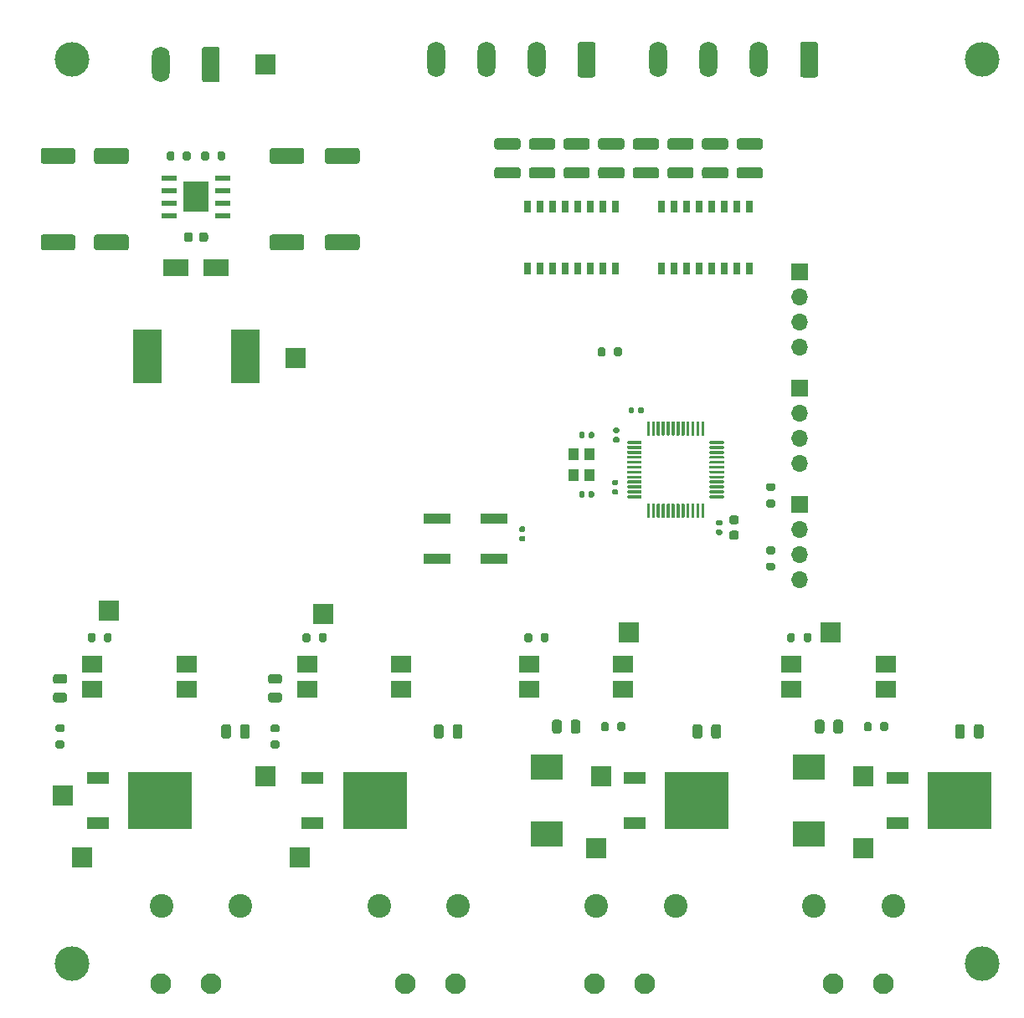
<source format=gts>
G04 #@! TF.GenerationSoftware,KiCad,Pcbnew,(5.1.9)-1*
G04 #@! TF.CreationDate,2021-07-18T17:28:12-05:00*
G04 #@! TF.ProjectId,jac_board,6a61635f-626f-4617-9264-2e6b69636164,rev?*
G04 #@! TF.SameCoordinates,Original*
G04 #@! TF.FileFunction,Soldermask,Top*
G04 #@! TF.FilePolarity,Negative*
%FSLAX46Y46*%
G04 Gerber Fmt 4.6, Leading zero omitted, Abs format (unit mm)*
G04 Created by KiCad (PCBNEW (5.1.9)-1) date 2021-07-18 17:28:12*
%MOMM*%
%LPD*%
G01*
G04 APERTURE LIST*
%ADD10R,2.750000X1.000000*%
%ADD11C,3.500000*%
%ADD12R,2.000000X2.000000*%
%ADD13R,6.400000X5.800000*%
%ADD14R,2.200000X1.200000*%
%ADD15R,3.300000X2.500000*%
%ADD16R,2.500000X1.800000*%
%ADD17O,1.800000X3.600000*%
%ADD18C,2.400000*%
%ADD19R,2.000000X1.780000*%
%ADD20O,1.700000X1.700000*%
%ADD21R,1.700000X1.700000*%
%ADD22C,2.100000*%
%ADD23R,0.800000X1.300000*%
%ADD24R,1.100000X1.300000*%
%ADD25R,1.550000X0.600000*%
%ADD26R,2.600000X3.100000*%
%ADD27R,2.900000X5.400000*%
G04 APERTURE END LIST*
D10*
X171630000Y-101500000D03*
X165870000Y-101500000D03*
X165870000Y-97500000D03*
X171630000Y-97500000D03*
D11*
X129000000Y-142500000D03*
X221000000Y-142500000D03*
X221000000Y-51000000D03*
X129000000Y-51000000D03*
D12*
X151550000Y-81200000D03*
X148500000Y-51500000D03*
X130000000Y-131750000D03*
X128000000Y-125500000D03*
X132700000Y-106750000D03*
X152000000Y-131750000D03*
X148500000Y-123500000D03*
X154350000Y-107100000D03*
X182000000Y-130800000D03*
X182500000Y-123550000D03*
X185250000Y-109000000D03*
X209000000Y-130800000D03*
X209000000Y-123550000D03*
X205700000Y-109000000D03*
G36*
G01*
X145950000Y-119475000D02*
X145950000Y-118525000D01*
G75*
G02*
X146200000Y-118275000I250000J0D01*
G01*
X146700000Y-118275000D01*
G75*
G02*
X146950000Y-118525000I0J-250000D01*
G01*
X146950000Y-119475000D01*
G75*
G02*
X146700000Y-119725000I-250000J0D01*
G01*
X146200000Y-119725000D01*
G75*
G02*
X145950000Y-119475000I0J250000D01*
G01*
G37*
G36*
G01*
X144050000Y-119475000D02*
X144050000Y-118525000D01*
G75*
G02*
X144300000Y-118275000I250000J0D01*
G01*
X144800000Y-118275000D01*
G75*
G02*
X145050000Y-118525000I0J-250000D01*
G01*
X145050000Y-119475000D01*
G75*
G02*
X144800000Y-119725000I-250000J0D01*
G01*
X144300000Y-119725000D01*
G75*
G02*
X144050000Y-119475000I0J250000D01*
G01*
G37*
G36*
G01*
X167450000Y-119475000D02*
X167450000Y-118525000D01*
G75*
G02*
X167700000Y-118275000I250000J0D01*
G01*
X168200000Y-118275000D01*
G75*
G02*
X168450000Y-118525000I0J-250000D01*
G01*
X168450000Y-119475000D01*
G75*
G02*
X168200000Y-119725000I-250000J0D01*
G01*
X167700000Y-119725000D01*
G75*
G02*
X167450000Y-119475000I0J250000D01*
G01*
G37*
G36*
G01*
X165550000Y-119475000D02*
X165550000Y-118525000D01*
G75*
G02*
X165800000Y-118275000I250000J0D01*
G01*
X166300000Y-118275000D01*
G75*
G02*
X166550000Y-118525000I0J-250000D01*
G01*
X166550000Y-119475000D01*
G75*
G02*
X166300000Y-119725000I-250000J0D01*
G01*
X165800000Y-119725000D01*
G75*
G02*
X165550000Y-119475000I0J250000D01*
G01*
G37*
G36*
G01*
X193600000Y-119475000D02*
X193600000Y-118525000D01*
G75*
G02*
X193850000Y-118275000I250000J0D01*
G01*
X194350000Y-118275000D01*
G75*
G02*
X194600000Y-118525000I0J-250000D01*
G01*
X194600000Y-119475000D01*
G75*
G02*
X194350000Y-119725000I-250000J0D01*
G01*
X193850000Y-119725000D01*
G75*
G02*
X193600000Y-119475000I0J250000D01*
G01*
G37*
G36*
G01*
X191700000Y-119475000D02*
X191700000Y-118525000D01*
G75*
G02*
X191950000Y-118275000I250000J0D01*
G01*
X192450000Y-118275000D01*
G75*
G02*
X192700000Y-118525000I0J-250000D01*
G01*
X192700000Y-119475000D01*
G75*
G02*
X192450000Y-119725000I-250000J0D01*
G01*
X191950000Y-119725000D01*
G75*
G02*
X191700000Y-119475000I0J250000D01*
G01*
G37*
G36*
G01*
X220150000Y-119475000D02*
X220150000Y-118525000D01*
G75*
G02*
X220400000Y-118275000I250000J0D01*
G01*
X220900000Y-118275000D01*
G75*
G02*
X221150000Y-118525000I0J-250000D01*
G01*
X221150000Y-119475000D01*
G75*
G02*
X220900000Y-119725000I-250000J0D01*
G01*
X220400000Y-119725000D01*
G75*
G02*
X220150000Y-119475000I0J250000D01*
G01*
G37*
G36*
G01*
X218250000Y-119475000D02*
X218250000Y-118525000D01*
G75*
G02*
X218500000Y-118275000I250000J0D01*
G01*
X219000000Y-118275000D01*
G75*
G02*
X219250000Y-118525000I0J-250000D01*
G01*
X219250000Y-119475000D01*
G75*
G02*
X219000000Y-119725000I-250000J0D01*
G01*
X218500000Y-119725000D01*
G75*
G02*
X218250000Y-119475000I0J250000D01*
G01*
G37*
G36*
G01*
X187100000Y-89000000D02*
X187100000Y-87675000D01*
G75*
G02*
X187175000Y-87600000I75000J0D01*
G01*
X187325000Y-87600000D01*
G75*
G02*
X187400000Y-87675000I0J-75000D01*
G01*
X187400000Y-89000000D01*
G75*
G02*
X187325000Y-89075000I-75000J0D01*
G01*
X187175000Y-89075000D01*
G75*
G02*
X187100000Y-89000000I0J75000D01*
G01*
G37*
G36*
G01*
X187600000Y-89000000D02*
X187600000Y-87675000D01*
G75*
G02*
X187675000Y-87600000I75000J0D01*
G01*
X187825000Y-87600000D01*
G75*
G02*
X187900000Y-87675000I0J-75000D01*
G01*
X187900000Y-89000000D01*
G75*
G02*
X187825000Y-89075000I-75000J0D01*
G01*
X187675000Y-89075000D01*
G75*
G02*
X187600000Y-89000000I0J75000D01*
G01*
G37*
G36*
G01*
X188100000Y-89000000D02*
X188100000Y-87675000D01*
G75*
G02*
X188175000Y-87600000I75000J0D01*
G01*
X188325000Y-87600000D01*
G75*
G02*
X188400000Y-87675000I0J-75000D01*
G01*
X188400000Y-89000000D01*
G75*
G02*
X188325000Y-89075000I-75000J0D01*
G01*
X188175000Y-89075000D01*
G75*
G02*
X188100000Y-89000000I0J75000D01*
G01*
G37*
G36*
G01*
X188600000Y-89000000D02*
X188600000Y-87675000D01*
G75*
G02*
X188675000Y-87600000I75000J0D01*
G01*
X188825000Y-87600000D01*
G75*
G02*
X188900000Y-87675000I0J-75000D01*
G01*
X188900000Y-89000000D01*
G75*
G02*
X188825000Y-89075000I-75000J0D01*
G01*
X188675000Y-89075000D01*
G75*
G02*
X188600000Y-89000000I0J75000D01*
G01*
G37*
G36*
G01*
X189100000Y-89000000D02*
X189100000Y-87675000D01*
G75*
G02*
X189175000Y-87600000I75000J0D01*
G01*
X189325000Y-87600000D01*
G75*
G02*
X189400000Y-87675000I0J-75000D01*
G01*
X189400000Y-89000000D01*
G75*
G02*
X189325000Y-89075000I-75000J0D01*
G01*
X189175000Y-89075000D01*
G75*
G02*
X189100000Y-89000000I0J75000D01*
G01*
G37*
G36*
G01*
X189600000Y-89000000D02*
X189600000Y-87675000D01*
G75*
G02*
X189675000Y-87600000I75000J0D01*
G01*
X189825000Y-87600000D01*
G75*
G02*
X189900000Y-87675000I0J-75000D01*
G01*
X189900000Y-89000000D01*
G75*
G02*
X189825000Y-89075000I-75000J0D01*
G01*
X189675000Y-89075000D01*
G75*
G02*
X189600000Y-89000000I0J75000D01*
G01*
G37*
G36*
G01*
X190100000Y-89000000D02*
X190100000Y-87675000D01*
G75*
G02*
X190175000Y-87600000I75000J0D01*
G01*
X190325000Y-87600000D01*
G75*
G02*
X190400000Y-87675000I0J-75000D01*
G01*
X190400000Y-89000000D01*
G75*
G02*
X190325000Y-89075000I-75000J0D01*
G01*
X190175000Y-89075000D01*
G75*
G02*
X190100000Y-89000000I0J75000D01*
G01*
G37*
G36*
G01*
X190600000Y-89000000D02*
X190600000Y-87675000D01*
G75*
G02*
X190675000Y-87600000I75000J0D01*
G01*
X190825000Y-87600000D01*
G75*
G02*
X190900000Y-87675000I0J-75000D01*
G01*
X190900000Y-89000000D01*
G75*
G02*
X190825000Y-89075000I-75000J0D01*
G01*
X190675000Y-89075000D01*
G75*
G02*
X190600000Y-89000000I0J75000D01*
G01*
G37*
G36*
G01*
X191100000Y-89000000D02*
X191100000Y-87675000D01*
G75*
G02*
X191175000Y-87600000I75000J0D01*
G01*
X191325000Y-87600000D01*
G75*
G02*
X191400000Y-87675000I0J-75000D01*
G01*
X191400000Y-89000000D01*
G75*
G02*
X191325000Y-89075000I-75000J0D01*
G01*
X191175000Y-89075000D01*
G75*
G02*
X191100000Y-89000000I0J75000D01*
G01*
G37*
G36*
G01*
X191600000Y-89000000D02*
X191600000Y-87675000D01*
G75*
G02*
X191675000Y-87600000I75000J0D01*
G01*
X191825000Y-87600000D01*
G75*
G02*
X191900000Y-87675000I0J-75000D01*
G01*
X191900000Y-89000000D01*
G75*
G02*
X191825000Y-89075000I-75000J0D01*
G01*
X191675000Y-89075000D01*
G75*
G02*
X191600000Y-89000000I0J75000D01*
G01*
G37*
G36*
G01*
X192100000Y-89000000D02*
X192100000Y-87675000D01*
G75*
G02*
X192175000Y-87600000I75000J0D01*
G01*
X192325000Y-87600000D01*
G75*
G02*
X192400000Y-87675000I0J-75000D01*
G01*
X192400000Y-89000000D01*
G75*
G02*
X192325000Y-89075000I-75000J0D01*
G01*
X192175000Y-89075000D01*
G75*
G02*
X192100000Y-89000000I0J75000D01*
G01*
G37*
G36*
G01*
X192600000Y-89000000D02*
X192600000Y-87675000D01*
G75*
G02*
X192675000Y-87600000I75000J0D01*
G01*
X192825000Y-87600000D01*
G75*
G02*
X192900000Y-87675000I0J-75000D01*
G01*
X192900000Y-89000000D01*
G75*
G02*
X192825000Y-89075000I-75000J0D01*
G01*
X192675000Y-89075000D01*
G75*
G02*
X192600000Y-89000000I0J75000D01*
G01*
G37*
G36*
G01*
X193425000Y-89825000D02*
X193425000Y-89675000D01*
G75*
G02*
X193500000Y-89600000I75000J0D01*
G01*
X194825000Y-89600000D01*
G75*
G02*
X194900000Y-89675000I0J-75000D01*
G01*
X194900000Y-89825000D01*
G75*
G02*
X194825000Y-89900000I-75000J0D01*
G01*
X193500000Y-89900000D01*
G75*
G02*
X193425000Y-89825000I0J75000D01*
G01*
G37*
G36*
G01*
X193425000Y-90325000D02*
X193425000Y-90175000D01*
G75*
G02*
X193500000Y-90100000I75000J0D01*
G01*
X194825000Y-90100000D01*
G75*
G02*
X194900000Y-90175000I0J-75000D01*
G01*
X194900000Y-90325000D01*
G75*
G02*
X194825000Y-90400000I-75000J0D01*
G01*
X193500000Y-90400000D01*
G75*
G02*
X193425000Y-90325000I0J75000D01*
G01*
G37*
G36*
G01*
X193425000Y-90825000D02*
X193425000Y-90675000D01*
G75*
G02*
X193500000Y-90600000I75000J0D01*
G01*
X194825000Y-90600000D01*
G75*
G02*
X194900000Y-90675000I0J-75000D01*
G01*
X194900000Y-90825000D01*
G75*
G02*
X194825000Y-90900000I-75000J0D01*
G01*
X193500000Y-90900000D01*
G75*
G02*
X193425000Y-90825000I0J75000D01*
G01*
G37*
G36*
G01*
X193425000Y-91325000D02*
X193425000Y-91175000D01*
G75*
G02*
X193500000Y-91100000I75000J0D01*
G01*
X194825000Y-91100000D01*
G75*
G02*
X194900000Y-91175000I0J-75000D01*
G01*
X194900000Y-91325000D01*
G75*
G02*
X194825000Y-91400000I-75000J0D01*
G01*
X193500000Y-91400000D01*
G75*
G02*
X193425000Y-91325000I0J75000D01*
G01*
G37*
G36*
G01*
X193425000Y-91825000D02*
X193425000Y-91675000D01*
G75*
G02*
X193500000Y-91600000I75000J0D01*
G01*
X194825000Y-91600000D01*
G75*
G02*
X194900000Y-91675000I0J-75000D01*
G01*
X194900000Y-91825000D01*
G75*
G02*
X194825000Y-91900000I-75000J0D01*
G01*
X193500000Y-91900000D01*
G75*
G02*
X193425000Y-91825000I0J75000D01*
G01*
G37*
G36*
G01*
X193425000Y-92325000D02*
X193425000Y-92175000D01*
G75*
G02*
X193500000Y-92100000I75000J0D01*
G01*
X194825000Y-92100000D01*
G75*
G02*
X194900000Y-92175000I0J-75000D01*
G01*
X194900000Y-92325000D01*
G75*
G02*
X194825000Y-92400000I-75000J0D01*
G01*
X193500000Y-92400000D01*
G75*
G02*
X193425000Y-92325000I0J75000D01*
G01*
G37*
G36*
G01*
X193425000Y-92825000D02*
X193425000Y-92675000D01*
G75*
G02*
X193500000Y-92600000I75000J0D01*
G01*
X194825000Y-92600000D01*
G75*
G02*
X194900000Y-92675000I0J-75000D01*
G01*
X194900000Y-92825000D01*
G75*
G02*
X194825000Y-92900000I-75000J0D01*
G01*
X193500000Y-92900000D01*
G75*
G02*
X193425000Y-92825000I0J75000D01*
G01*
G37*
G36*
G01*
X193425000Y-93325000D02*
X193425000Y-93175000D01*
G75*
G02*
X193500000Y-93100000I75000J0D01*
G01*
X194825000Y-93100000D01*
G75*
G02*
X194900000Y-93175000I0J-75000D01*
G01*
X194900000Y-93325000D01*
G75*
G02*
X194825000Y-93400000I-75000J0D01*
G01*
X193500000Y-93400000D01*
G75*
G02*
X193425000Y-93325000I0J75000D01*
G01*
G37*
G36*
G01*
X193425000Y-93825000D02*
X193425000Y-93675000D01*
G75*
G02*
X193500000Y-93600000I75000J0D01*
G01*
X194825000Y-93600000D01*
G75*
G02*
X194900000Y-93675000I0J-75000D01*
G01*
X194900000Y-93825000D01*
G75*
G02*
X194825000Y-93900000I-75000J0D01*
G01*
X193500000Y-93900000D01*
G75*
G02*
X193425000Y-93825000I0J75000D01*
G01*
G37*
G36*
G01*
X193425000Y-94325000D02*
X193425000Y-94175000D01*
G75*
G02*
X193500000Y-94100000I75000J0D01*
G01*
X194825000Y-94100000D01*
G75*
G02*
X194900000Y-94175000I0J-75000D01*
G01*
X194900000Y-94325000D01*
G75*
G02*
X194825000Y-94400000I-75000J0D01*
G01*
X193500000Y-94400000D01*
G75*
G02*
X193425000Y-94325000I0J75000D01*
G01*
G37*
G36*
G01*
X193425000Y-94825000D02*
X193425000Y-94675000D01*
G75*
G02*
X193500000Y-94600000I75000J0D01*
G01*
X194825000Y-94600000D01*
G75*
G02*
X194900000Y-94675000I0J-75000D01*
G01*
X194900000Y-94825000D01*
G75*
G02*
X194825000Y-94900000I-75000J0D01*
G01*
X193500000Y-94900000D01*
G75*
G02*
X193425000Y-94825000I0J75000D01*
G01*
G37*
G36*
G01*
X193425000Y-95325000D02*
X193425000Y-95175000D01*
G75*
G02*
X193500000Y-95100000I75000J0D01*
G01*
X194825000Y-95100000D01*
G75*
G02*
X194900000Y-95175000I0J-75000D01*
G01*
X194900000Y-95325000D01*
G75*
G02*
X194825000Y-95400000I-75000J0D01*
G01*
X193500000Y-95400000D01*
G75*
G02*
X193425000Y-95325000I0J75000D01*
G01*
G37*
G36*
G01*
X192600000Y-97325000D02*
X192600000Y-96000000D01*
G75*
G02*
X192675000Y-95925000I75000J0D01*
G01*
X192825000Y-95925000D01*
G75*
G02*
X192900000Y-96000000I0J-75000D01*
G01*
X192900000Y-97325000D01*
G75*
G02*
X192825000Y-97400000I-75000J0D01*
G01*
X192675000Y-97400000D01*
G75*
G02*
X192600000Y-97325000I0J75000D01*
G01*
G37*
G36*
G01*
X192100000Y-97325000D02*
X192100000Y-96000000D01*
G75*
G02*
X192175000Y-95925000I75000J0D01*
G01*
X192325000Y-95925000D01*
G75*
G02*
X192400000Y-96000000I0J-75000D01*
G01*
X192400000Y-97325000D01*
G75*
G02*
X192325000Y-97400000I-75000J0D01*
G01*
X192175000Y-97400000D01*
G75*
G02*
X192100000Y-97325000I0J75000D01*
G01*
G37*
G36*
G01*
X191600000Y-97325000D02*
X191600000Y-96000000D01*
G75*
G02*
X191675000Y-95925000I75000J0D01*
G01*
X191825000Y-95925000D01*
G75*
G02*
X191900000Y-96000000I0J-75000D01*
G01*
X191900000Y-97325000D01*
G75*
G02*
X191825000Y-97400000I-75000J0D01*
G01*
X191675000Y-97400000D01*
G75*
G02*
X191600000Y-97325000I0J75000D01*
G01*
G37*
G36*
G01*
X191100000Y-97325000D02*
X191100000Y-96000000D01*
G75*
G02*
X191175000Y-95925000I75000J0D01*
G01*
X191325000Y-95925000D01*
G75*
G02*
X191400000Y-96000000I0J-75000D01*
G01*
X191400000Y-97325000D01*
G75*
G02*
X191325000Y-97400000I-75000J0D01*
G01*
X191175000Y-97400000D01*
G75*
G02*
X191100000Y-97325000I0J75000D01*
G01*
G37*
G36*
G01*
X190600000Y-97325000D02*
X190600000Y-96000000D01*
G75*
G02*
X190675000Y-95925000I75000J0D01*
G01*
X190825000Y-95925000D01*
G75*
G02*
X190900000Y-96000000I0J-75000D01*
G01*
X190900000Y-97325000D01*
G75*
G02*
X190825000Y-97400000I-75000J0D01*
G01*
X190675000Y-97400000D01*
G75*
G02*
X190600000Y-97325000I0J75000D01*
G01*
G37*
G36*
G01*
X190100000Y-97325000D02*
X190100000Y-96000000D01*
G75*
G02*
X190175000Y-95925000I75000J0D01*
G01*
X190325000Y-95925000D01*
G75*
G02*
X190400000Y-96000000I0J-75000D01*
G01*
X190400000Y-97325000D01*
G75*
G02*
X190325000Y-97400000I-75000J0D01*
G01*
X190175000Y-97400000D01*
G75*
G02*
X190100000Y-97325000I0J75000D01*
G01*
G37*
G36*
G01*
X189600000Y-97325000D02*
X189600000Y-96000000D01*
G75*
G02*
X189675000Y-95925000I75000J0D01*
G01*
X189825000Y-95925000D01*
G75*
G02*
X189900000Y-96000000I0J-75000D01*
G01*
X189900000Y-97325000D01*
G75*
G02*
X189825000Y-97400000I-75000J0D01*
G01*
X189675000Y-97400000D01*
G75*
G02*
X189600000Y-97325000I0J75000D01*
G01*
G37*
G36*
G01*
X189100000Y-97325000D02*
X189100000Y-96000000D01*
G75*
G02*
X189175000Y-95925000I75000J0D01*
G01*
X189325000Y-95925000D01*
G75*
G02*
X189400000Y-96000000I0J-75000D01*
G01*
X189400000Y-97325000D01*
G75*
G02*
X189325000Y-97400000I-75000J0D01*
G01*
X189175000Y-97400000D01*
G75*
G02*
X189100000Y-97325000I0J75000D01*
G01*
G37*
G36*
G01*
X188600000Y-97325000D02*
X188600000Y-96000000D01*
G75*
G02*
X188675000Y-95925000I75000J0D01*
G01*
X188825000Y-95925000D01*
G75*
G02*
X188900000Y-96000000I0J-75000D01*
G01*
X188900000Y-97325000D01*
G75*
G02*
X188825000Y-97400000I-75000J0D01*
G01*
X188675000Y-97400000D01*
G75*
G02*
X188600000Y-97325000I0J75000D01*
G01*
G37*
G36*
G01*
X188100000Y-97325000D02*
X188100000Y-96000000D01*
G75*
G02*
X188175000Y-95925000I75000J0D01*
G01*
X188325000Y-95925000D01*
G75*
G02*
X188400000Y-96000000I0J-75000D01*
G01*
X188400000Y-97325000D01*
G75*
G02*
X188325000Y-97400000I-75000J0D01*
G01*
X188175000Y-97400000D01*
G75*
G02*
X188100000Y-97325000I0J75000D01*
G01*
G37*
G36*
G01*
X187600000Y-97325000D02*
X187600000Y-96000000D01*
G75*
G02*
X187675000Y-95925000I75000J0D01*
G01*
X187825000Y-95925000D01*
G75*
G02*
X187900000Y-96000000I0J-75000D01*
G01*
X187900000Y-97325000D01*
G75*
G02*
X187825000Y-97400000I-75000J0D01*
G01*
X187675000Y-97400000D01*
G75*
G02*
X187600000Y-97325000I0J75000D01*
G01*
G37*
G36*
G01*
X187100000Y-97325000D02*
X187100000Y-96000000D01*
G75*
G02*
X187175000Y-95925000I75000J0D01*
G01*
X187325000Y-95925000D01*
G75*
G02*
X187400000Y-96000000I0J-75000D01*
G01*
X187400000Y-97325000D01*
G75*
G02*
X187325000Y-97400000I-75000J0D01*
G01*
X187175000Y-97400000D01*
G75*
G02*
X187100000Y-97325000I0J75000D01*
G01*
G37*
G36*
G01*
X185100000Y-95325000D02*
X185100000Y-95175000D01*
G75*
G02*
X185175000Y-95100000I75000J0D01*
G01*
X186500000Y-95100000D01*
G75*
G02*
X186575000Y-95175000I0J-75000D01*
G01*
X186575000Y-95325000D01*
G75*
G02*
X186500000Y-95400000I-75000J0D01*
G01*
X185175000Y-95400000D01*
G75*
G02*
X185100000Y-95325000I0J75000D01*
G01*
G37*
G36*
G01*
X185100000Y-94825000D02*
X185100000Y-94675000D01*
G75*
G02*
X185175000Y-94600000I75000J0D01*
G01*
X186500000Y-94600000D01*
G75*
G02*
X186575000Y-94675000I0J-75000D01*
G01*
X186575000Y-94825000D01*
G75*
G02*
X186500000Y-94900000I-75000J0D01*
G01*
X185175000Y-94900000D01*
G75*
G02*
X185100000Y-94825000I0J75000D01*
G01*
G37*
G36*
G01*
X185100000Y-94325000D02*
X185100000Y-94175000D01*
G75*
G02*
X185175000Y-94100000I75000J0D01*
G01*
X186500000Y-94100000D01*
G75*
G02*
X186575000Y-94175000I0J-75000D01*
G01*
X186575000Y-94325000D01*
G75*
G02*
X186500000Y-94400000I-75000J0D01*
G01*
X185175000Y-94400000D01*
G75*
G02*
X185100000Y-94325000I0J75000D01*
G01*
G37*
G36*
G01*
X185100000Y-93825000D02*
X185100000Y-93675000D01*
G75*
G02*
X185175000Y-93600000I75000J0D01*
G01*
X186500000Y-93600000D01*
G75*
G02*
X186575000Y-93675000I0J-75000D01*
G01*
X186575000Y-93825000D01*
G75*
G02*
X186500000Y-93900000I-75000J0D01*
G01*
X185175000Y-93900000D01*
G75*
G02*
X185100000Y-93825000I0J75000D01*
G01*
G37*
G36*
G01*
X185100000Y-93325000D02*
X185100000Y-93175000D01*
G75*
G02*
X185175000Y-93100000I75000J0D01*
G01*
X186500000Y-93100000D01*
G75*
G02*
X186575000Y-93175000I0J-75000D01*
G01*
X186575000Y-93325000D01*
G75*
G02*
X186500000Y-93400000I-75000J0D01*
G01*
X185175000Y-93400000D01*
G75*
G02*
X185100000Y-93325000I0J75000D01*
G01*
G37*
G36*
G01*
X185100000Y-92825000D02*
X185100000Y-92675000D01*
G75*
G02*
X185175000Y-92600000I75000J0D01*
G01*
X186500000Y-92600000D01*
G75*
G02*
X186575000Y-92675000I0J-75000D01*
G01*
X186575000Y-92825000D01*
G75*
G02*
X186500000Y-92900000I-75000J0D01*
G01*
X185175000Y-92900000D01*
G75*
G02*
X185100000Y-92825000I0J75000D01*
G01*
G37*
G36*
G01*
X185100000Y-92325000D02*
X185100000Y-92175000D01*
G75*
G02*
X185175000Y-92100000I75000J0D01*
G01*
X186500000Y-92100000D01*
G75*
G02*
X186575000Y-92175000I0J-75000D01*
G01*
X186575000Y-92325000D01*
G75*
G02*
X186500000Y-92400000I-75000J0D01*
G01*
X185175000Y-92400000D01*
G75*
G02*
X185100000Y-92325000I0J75000D01*
G01*
G37*
G36*
G01*
X185100000Y-91825000D02*
X185100000Y-91675000D01*
G75*
G02*
X185175000Y-91600000I75000J0D01*
G01*
X186500000Y-91600000D01*
G75*
G02*
X186575000Y-91675000I0J-75000D01*
G01*
X186575000Y-91825000D01*
G75*
G02*
X186500000Y-91900000I-75000J0D01*
G01*
X185175000Y-91900000D01*
G75*
G02*
X185100000Y-91825000I0J75000D01*
G01*
G37*
G36*
G01*
X185100000Y-91325000D02*
X185100000Y-91175000D01*
G75*
G02*
X185175000Y-91100000I75000J0D01*
G01*
X186500000Y-91100000D01*
G75*
G02*
X186575000Y-91175000I0J-75000D01*
G01*
X186575000Y-91325000D01*
G75*
G02*
X186500000Y-91400000I-75000J0D01*
G01*
X185175000Y-91400000D01*
G75*
G02*
X185100000Y-91325000I0J75000D01*
G01*
G37*
G36*
G01*
X185100000Y-90825000D02*
X185100000Y-90675000D01*
G75*
G02*
X185175000Y-90600000I75000J0D01*
G01*
X186500000Y-90600000D01*
G75*
G02*
X186575000Y-90675000I0J-75000D01*
G01*
X186575000Y-90825000D01*
G75*
G02*
X186500000Y-90900000I-75000J0D01*
G01*
X185175000Y-90900000D01*
G75*
G02*
X185100000Y-90825000I0J75000D01*
G01*
G37*
G36*
G01*
X185100000Y-90325000D02*
X185100000Y-90175000D01*
G75*
G02*
X185175000Y-90100000I75000J0D01*
G01*
X186500000Y-90100000D01*
G75*
G02*
X186575000Y-90175000I0J-75000D01*
G01*
X186575000Y-90325000D01*
G75*
G02*
X186500000Y-90400000I-75000J0D01*
G01*
X185175000Y-90400000D01*
G75*
G02*
X185100000Y-90325000I0J75000D01*
G01*
G37*
G36*
G01*
X185100000Y-89825000D02*
X185100000Y-89675000D01*
G75*
G02*
X185175000Y-89600000I75000J0D01*
G01*
X186500000Y-89600000D01*
G75*
G02*
X186575000Y-89675000I0J-75000D01*
G01*
X186575000Y-89825000D01*
G75*
G02*
X186500000Y-89900000I-75000J0D01*
G01*
X185175000Y-89900000D01*
G75*
G02*
X185100000Y-89825000I0J75000D01*
G01*
G37*
G36*
G01*
X205950000Y-118976250D02*
X205950000Y-118063750D01*
G75*
G02*
X206193750Y-117820000I243750J0D01*
G01*
X206681250Y-117820000D01*
G75*
G02*
X206925000Y-118063750I0J-243750D01*
G01*
X206925000Y-118976250D01*
G75*
G02*
X206681250Y-119220000I-243750J0D01*
G01*
X206193750Y-119220000D01*
G75*
G02*
X205950000Y-118976250I0J243750D01*
G01*
G37*
G36*
G01*
X204075000Y-118976250D02*
X204075000Y-118063750D01*
G75*
G02*
X204318750Y-117820000I243750J0D01*
G01*
X204806250Y-117820000D01*
G75*
G02*
X205050000Y-118063750I0J-243750D01*
G01*
X205050000Y-118976250D01*
G75*
G02*
X204806250Y-119220000I-243750J0D01*
G01*
X204318750Y-119220000D01*
G75*
G02*
X204075000Y-118976250I0J243750D01*
G01*
G37*
G36*
G01*
X149225000Y-119925000D02*
X149775000Y-119925000D01*
G75*
G02*
X149975000Y-120125000I0J-200000D01*
G01*
X149975000Y-120525000D01*
G75*
G02*
X149775000Y-120725000I-200000J0D01*
G01*
X149225000Y-120725000D01*
G75*
G02*
X149025000Y-120525000I0J200000D01*
G01*
X149025000Y-120125000D01*
G75*
G02*
X149225000Y-119925000I200000J0D01*
G01*
G37*
G36*
G01*
X149225000Y-118275000D02*
X149775000Y-118275000D01*
G75*
G02*
X149975000Y-118475000I0J-200000D01*
G01*
X149975000Y-118875000D01*
G75*
G02*
X149775000Y-119075000I-200000J0D01*
G01*
X149225000Y-119075000D01*
G75*
G02*
X149025000Y-118875000I0J200000D01*
G01*
X149025000Y-118475000D01*
G75*
G02*
X149225000Y-118275000I200000J0D01*
G01*
G37*
D13*
X137860000Y-126000000D03*
D14*
X131560000Y-128280000D03*
X131560000Y-123720000D03*
D13*
X159600000Y-126000000D03*
D14*
X153300000Y-128280000D03*
X153300000Y-123720000D03*
D13*
X192165000Y-126000000D03*
D14*
X185865000Y-128280000D03*
X185865000Y-123720000D03*
D13*
X218725000Y-126000000D03*
D14*
X212425000Y-128280000D03*
X212425000Y-123720000D03*
D15*
X176940000Y-122600000D03*
X176940000Y-129400000D03*
X203500000Y-122600000D03*
X203500000Y-129400000D03*
G36*
G01*
X129300000Y-60200000D02*
X129300000Y-61300000D01*
G75*
G02*
X129050000Y-61550000I-250000J0D01*
G01*
X126050000Y-61550000D01*
G75*
G02*
X125800000Y-61300000I0J250000D01*
G01*
X125800000Y-60200000D01*
G75*
G02*
X126050000Y-59950000I250000J0D01*
G01*
X129050000Y-59950000D01*
G75*
G02*
X129300000Y-60200000I0J-250000D01*
G01*
G37*
G36*
G01*
X134700000Y-60200000D02*
X134700000Y-61300000D01*
G75*
G02*
X134450000Y-61550000I-250000J0D01*
G01*
X131450000Y-61550000D01*
G75*
G02*
X131200000Y-61300000I0J250000D01*
G01*
X131200000Y-60200000D01*
G75*
G02*
X131450000Y-59950000I250000J0D01*
G01*
X134450000Y-59950000D01*
G75*
G02*
X134700000Y-60200000I0J-250000D01*
G01*
G37*
G36*
G01*
X129300000Y-68950000D02*
X129300000Y-70050000D01*
G75*
G02*
X129050000Y-70300000I-250000J0D01*
G01*
X126050000Y-70300000D01*
G75*
G02*
X125800000Y-70050000I0J250000D01*
G01*
X125800000Y-68950000D01*
G75*
G02*
X126050000Y-68700000I250000J0D01*
G01*
X129050000Y-68700000D01*
G75*
G02*
X129300000Y-68950000I0J-250000D01*
G01*
G37*
G36*
G01*
X134700000Y-68950000D02*
X134700000Y-70050000D01*
G75*
G02*
X134450000Y-70300000I-250000J0D01*
G01*
X131450000Y-70300000D01*
G75*
G02*
X131200000Y-70050000I0J250000D01*
G01*
X131200000Y-68950000D01*
G75*
G02*
X131450000Y-68700000I250000J0D01*
G01*
X134450000Y-68700000D01*
G75*
G02*
X134700000Y-68950000I0J-250000D01*
G01*
G37*
G36*
G01*
X199893600Y-94672600D02*
X199343600Y-94672600D01*
G75*
G02*
X199143600Y-94472600I0J200000D01*
G01*
X199143600Y-94072600D01*
G75*
G02*
X199343600Y-93872600I200000J0D01*
G01*
X199893600Y-93872600D01*
G75*
G02*
X200093600Y-94072600I0J-200000D01*
G01*
X200093600Y-94472600D01*
G75*
G02*
X199893600Y-94672600I-200000J0D01*
G01*
G37*
G36*
G01*
X199893600Y-96322600D02*
X199343600Y-96322600D01*
G75*
G02*
X199143600Y-96122600I0J200000D01*
G01*
X199143600Y-95722600D01*
G75*
G02*
X199343600Y-95522600I200000J0D01*
G01*
X199893600Y-95522600D01*
G75*
G02*
X200093600Y-95722600I0J-200000D01*
G01*
X200093600Y-96122600D01*
G75*
G02*
X199893600Y-96322600I-200000J0D01*
G01*
G37*
G36*
G01*
X199343600Y-101925000D02*
X199893600Y-101925000D01*
G75*
G02*
X200093600Y-102125000I0J-200000D01*
G01*
X200093600Y-102525000D01*
G75*
G02*
X199893600Y-102725000I-200000J0D01*
G01*
X199343600Y-102725000D01*
G75*
G02*
X199143600Y-102525000I0J200000D01*
G01*
X199143600Y-102125000D01*
G75*
G02*
X199343600Y-101925000I200000J0D01*
G01*
G37*
G36*
G01*
X199343600Y-100275000D02*
X199893600Y-100275000D01*
G75*
G02*
X200093600Y-100475000I0J-200000D01*
G01*
X200093600Y-100875000D01*
G75*
G02*
X199893600Y-101075000I-200000J0D01*
G01*
X199343600Y-101075000D01*
G75*
G02*
X199143600Y-100875000I0J200000D01*
G01*
X199143600Y-100475000D01*
G75*
G02*
X199343600Y-100275000I200000J0D01*
G01*
G37*
D16*
X143500000Y-72048332D03*
X139500000Y-72048332D03*
D17*
X137920000Y-51500000D03*
G36*
G01*
X143900000Y-49950000D02*
X143900000Y-53050000D01*
G75*
G02*
X143650000Y-53300000I-250000J0D01*
G01*
X142350000Y-53300000D01*
G75*
G02*
X142100000Y-53050000I0J250000D01*
G01*
X142100000Y-49950000D01*
G75*
G02*
X142350000Y-49700000I250000J0D01*
G01*
X143650000Y-49700000D01*
G75*
G02*
X143900000Y-49950000I0J-250000D01*
G01*
G37*
D18*
X146000000Y-136700000D03*
X138000000Y-136700000D03*
D19*
X140525000Y-112230000D03*
X130995000Y-114770000D03*
X140525000Y-114770000D03*
X130995000Y-112230000D03*
D18*
X168000000Y-136700000D03*
X160000000Y-136700000D03*
D19*
X162265000Y-112230000D03*
X152735000Y-114770000D03*
X162265000Y-114770000D03*
X152735000Y-112230000D03*
D18*
X190000000Y-136700000D03*
X182000000Y-136700000D03*
D19*
X184705000Y-112230000D03*
X175175000Y-114770000D03*
X184705000Y-114770000D03*
X175175000Y-112230000D03*
D18*
X212000000Y-136700000D03*
X204000000Y-136700000D03*
D19*
X211265000Y-112230000D03*
X201735000Y-114770000D03*
X211265000Y-114770000D03*
X201735000Y-112230000D03*
G36*
G01*
X127485000Y-119925000D02*
X128035000Y-119925000D01*
G75*
G02*
X128235000Y-120125000I0J-200000D01*
G01*
X128235000Y-120525000D01*
G75*
G02*
X128035000Y-120725000I-200000J0D01*
G01*
X127485000Y-120725000D01*
G75*
G02*
X127285000Y-120525000I0J200000D01*
G01*
X127285000Y-120125000D01*
G75*
G02*
X127485000Y-119925000I200000J0D01*
G01*
G37*
G36*
G01*
X127485000Y-118275000D02*
X128035000Y-118275000D01*
G75*
G02*
X128235000Y-118475000I0J-200000D01*
G01*
X128235000Y-118875000D01*
G75*
G02*
X128035000Y-119075000I-200000J0D01*
G01*
X127485000Y-119075000D01*
G75*
G02*
X127285000Y-118875000I0J200000D01*
G01*
X127285000Y-118475000D01*
G75*
G02*
X127485000Y-118275000I200000J0D01*
G01*
G37*
G36*
G01*
X132185000Y-109775000D02*
X132185000Y-109225000D01*
G75*
G02*
X132385000Y-109025000I200000J0D01*
G01*
X132785000Y-109025000D01*
G75*
G02*
X132985000Y-109225000I0J-200000D01*
G01*
X132985000Y-109775000D01*
G75*
G02*
X132785000Y-109975000I-200000J0D01*
G01*
X132385000Y-109975000D01*
G75*
G02*
X132185000Y-109775000I0J200000D01*
G01*
G37*
G36*
G01*
X130535000Y-109775000D02*
X130535000Y-109225000D01*
G75*
G02*
X130735000Y-109025000I200000J0D01*
G01*
X131135000Y-109025000D01*
G75*
G02*
X131335000Y-109225000I0J-200000D01*
G01*
X131335000Y-109775000D01*
G75*
G02*
X131135000Y-109975000I-200000J0D01*
G01*
X130735000Y-109975000D01*
G75*
G02*
X130535000Y-109775000I0J200000D01*
G01*
G37*
G36*
G01*
X153925000Y-109775000D02*
X153925000Y-109225000D01*
G75*
G02*
X154125000Y-109025000I200000J0D01*
G01*
X154525000Y-109025000D01*
G75*
G02*
X154725000Y-109225000I0J-200000D01*
G01*
X154725000Y-109775000D01*
G75*
G02*
X154525000Y-109975000I-200000J0D01*
G01*
X154125000Y-109975000D01*
G75*
G02*
X153925000Y-109775000I0J200000D01*
G01*
G37*
G36*
G01*
X152275000Y-109775000D02*
X152275000Y-109225000D01*
G75*
G02*
X152475000Y-109025000I200000J0D01*
G01*
X152875000Y-109025000D01*
G75*
G02*
X153075000Y-109225000I0J-200000D01*
G01*
X153075000Y-109775000D01*
G75*
G02*
X152875000Y-109975000I-200000J0D01*
G01*
X152475000Y-109975000D01*
G75*
G02*
X152275000Y-109775000I0J200000D01*
G01*
G37*
G36*
G01*
X184115000Y-118795000D02*
X184115000Y-118245000D01*
G75*
G02*
X184315000Y-118045000I200000J0D01*
G01*
X184715000Y-118045000D01*
G75*
G02*
X184915000Y-118245000I0J-200000D01*
G01*
X184915000Y-118795000D01*
G75*
G02*
X184715000Y-118995000I-200000J0D01*
G01*
X184315000Y-118995000D01*
G75*
G02*
X184115000Y-118795000I0J200000D01*
G01*
G37*
G36*
G01*
X182465000Y-118795000D02*
X182465000Y-118245000D01*
G75*
G02*
X182665000Y-118045000I200000J0D01*
G01*
X183065000Y-118045000D01*
G75*
G02*
X183265000Y-118245000I0J-200000D01*
G01*
X183265000Y-118795000D01*
G75*
G02*
X183065000Y-118995000I-200000J0D01*
G01*
X182665000Y-118995000D01*
G75*
G02*
X182465000Y-118795000I0J200000D01*
G01*
G37*
G36*
G01*
X176365000Y-109775000D02*
X176365000Y-109225000D01*
G75*
G02*
X176565000Y-109025000I200000J0D01*
G01*
X176965000Y-109025000D01*
G75*
G02*
X177165000Y-109225000I0J-200000D01*
G01*
X177165000Y-109775000D01*
G75*
G02*
X176965000Y-109975000I-200000J0D01*
G01*
X176565000Y-109975000D01*
G75*
G02*
X176365000Y-109775000I0J200000D01*
G01*
G37*
G36*
G01*
X174715000Y-109775000D02*
X174715000Y-109225000D01*
G75*
G02*
X174915000Y-109025000I200000J0D01*
G01*
X175315000Y-109025000D01*
G75*
G02*
X175515000Y-109225000I0J-200000D01*
G01*
X175515000Y-109775000D01*
G75*
G02*
X175315000Y-109975000I-200000J0D01*
G01*
X174915000Y-109975000D01*
G75*
G02*
X174715000Y-109775000I0J200000D01*
G01*
G37*
G36*
G01*
X210675000Y-118795000D02*
X210675000Y-118245000D01*
G75*
G02*
X210875000Y-118045000I200000J0D01*
G01*
X211275000Y-118045000D01*
G75*
G02*
X211475000Y-118245000I0J-200000D01*
G01*
X211475000Y-118795000D01*
G75*
G02*
X211275000Y-118995000I-200000J0D01*
G01*
X210875000Y-118995000D01*
G75*
G02*
X210675000Y-118795000I0J200000D01*
G01*
G37*
G36*
G01*
X209025000Y-118795000D02*
X209025000Y-118245000D01*
G75*
G02*
X209225000Y-118045000I200000J0D01*
G01*
X209625000Y-118045000D01*
G75*
G02*
X209825000Y-118245000I0J-200000D01*
G01*
X209825000Y-118795000D01*
G75*
G02*
X209625000Y-118995000I-200000J0D01*
G01*
X209225000Y-118995000D01*
G75*
G02*
X209025000Y-118795000I0J200000D01*
G01*
G37*
G36*
G01*
X202925000Y-109775000D02*
X202925000Y-109225000D01*
G75*
G02*
X203125000Y-109025000I200000J0D01*
G01*
X203525000Y-109025000D01*
G75*
G02*
X203725000Y-109225000I0J-200000D01*
G01*
X203725000Y-109775000D01*
G75*
G02*
X203525000Y-109975000I-200000J0D01*
G01*
X203125000Y-109975000D01*
G75*
G02*
X202925000Y-109775000I0J200000D01*
G01*
G37*
G36*
G01*
X201275000Y-109775000D02*
X201275000Y-109225000D01*
G75*
G02*
X201475000Y-109025000I200000J0D01*
G01*
X201875000Y-109025000D01*
G75*
G02*
X202075000Y-109225000I0J-200000D01*
G01*
X202075000Y-109775000D01*
G75*
G02*
X201875000Y-109975000I-200000J0D01*
G01*
X201475000Y-109975000D01*
G75*
G02*
X201275000Y-109775000I0J200000D01*
G01*
G37*
D20*
X202500000Y-80120000D03*
X202500000Y-77580000D03*
X202500000Y-75040000D03*
D21*
X202500000Y-72500000D03*
D22*
X143000000Y-144500000D03*
X137920000Y-144500000D03*
X167713334Y-144500000D03*
X162633334Y-144500000D03*
X186836667Y-144500000D03*
X181756667Y-144500000D03*
X211040000Y-144500000D03*
X205960000Y-144500000D03*
G36*
G01*
X127303750Y-115070000D02*
X128216250Y-115070000D01*
G75*
G02*
X128460000Y-115313750I0J-243750D01*
G01*
X128460000Y-115801250D01*
G75*
G02*
X128216250Y-116045000I-243750J0D01*
G01*
X127303750Y-116045000D01*
G75*
G02*
X127060000Y-115801250I0J243750D01*
G01*
X127060000Y-115313750D01*
G75*
G02*
X127303750Y-115070000I243750J0D01*
G01*
G37*
G36*
G01*
X127303750Y-113195000D02*
X128216250Y-113195000D01*
G75*
G02*
X128460000Y-113438750I0J-243750D01*
G01*
X128460000Y-113926250D01*
G75*
G02*
X128216250Y-114170000I-243750J0D01*
G01*
X127303750Y-114170000D01*
G75*
G02*
X127060000Y-113926250I0J243750D01*
G01*
X127060000Y-113438750D01*
G75*
G02*
X127303750Y-113195000I243750J0D01*
G01*
G37*
G36*
G01*
X149043750Y-115070000D02*
X149956250Y-115070000D01*
G75*
G02*
X150200000Y-115313750I0J-243750D01*
G01*
X150200000Y-115801250D01*
G75*
G02*
X149956250Y-116045000I-243750J0D01*
G01*
X149043750Y-116045000D01*
G75*
G02*
X148800000Y-115801250I0J243750D01*
G01*
X148800000Y-115313750D01*
G75*
G02*
X149043750Y-115070000I243750J0D01*
G01*
G37*
G36*
G01*
X149043750Y-113195000D02*
X149956250Y-113195000D01*
G75*
G02*
X150200000Y-113438750I0J-243750D01*
G01*
X150200000Y-113926250D01*
G75*
G02*
X149956250Y-114170000I-243750J0D01*
G01*
X149043750Y-114170000D01*
G75*
G02*
X148800000Y-113926250I0J243750D01*
G01*
X148800000Y-113438750D01*
G75*
G02*
X149043750Y-113195000I243750J0D01*
G01*
G37*
G36*
G01*
X179390000Y-118976250D02*
X179390000Y-118063750D01*
G75*
G02*
X179633750Y-117820000I243750J0D01*
G01*
X180121250Y-117820000D01*
G75*
G02*
X180365000Y-118063750I0J-243750D01*
G01*
X180365000Y-118976250D01*
G75*
G02*
X180121250Y-119220000I-243750J0D01*
G01*
X179633750Y-119220000D01*
G75*
G02*
X179390000Y-118976250I0J243750D01*
G01*
G37*
G36*
G01*
X177515000Y-118976250D02*
X177515000Y-118063750D01*
G75*
G02*
X177758750Y-117820000I243750J0D01*
G01*
X178246250Y-117820000D01*
G75*
G02*
X178490000Y-118063750I0J-243750D01*
G01*
X178490000Y-118976250D01*
G75*
G02*
X178246250Y-119220000I-243750J0D01*
G01*
X177758750Y-119220000D01*
G75*
G02*
X177515000Y-118976250I0J243750D01*
G01*
G37*
G36*
G01*
X174330000Y-99200000D02*
X174670000Y-99200000D01*
G75*
G02*
X174810000Y-99340000I0J-140000D01*
G01*
X174810000Y-99620000D01*
G75*
G02*
X174670000Y-99760000I-140000J0D01*
G01*
X174330000Y-99760000D01*
G75*
G02*
X174190000Y-99620000I0J140000D01*
G01*
X174190000Y-99340000D01*
G75*
G02*
X174330000Y-99200000I140000J0D01*
G01*
G37*
G36*
G01*
X174330000Y-98240000D02*
X174670000Y-98240000D01*
G75*
G02*
X174810000Y-98380000I0J-140000D01*
G01*
X174810000Y-98660000D01*
G75*
G02*
X174670000Y-98800000I-140000J0D01*
G01*
X174330000Y-98800000D01*
G75*
G02*
X174190000Y-98660000I0J140000D01*
G01*
X174190000Y-98380000D01*
G75*
G02*
X174330000Y-98240000I140000J0D01*
G01*
G37*
D20*
X202500000Y-103620000D03*
X202500000Y-101080000D03*
X202500000Y-98540000D03*
D21*
X202500000Y-96000000D03*
D20*
X202500000Y-91870000D03*
X202500000Y-89330000D03*
X202500000Y-86790000D03*
D21*
X202500000Y-84250000D03*
D23*
X183950000Y-72150000D03*
X182670000Y-72150000D03*
X181410000Y-72150000D03*
X180140000Y-72150000D03*
X178860000Y-72150000D03*
X177590000Y-72150000D03*
X176330000Y-72150000D03*
X175050000Y-72150000D03*
X175050000Y-65850000D03*
X176330000Y-65850000D03*
X177590000Y-65850000D03*
X178860000Y-65850000D03*
X180140000Y-65850000D03*
X181410000Y-65850000D03*
X182670000Y-65850000D03*
X183950000Y-65850000D03*
G36*
G01*
X139325000Y-60475000D02*
X139325000Y-61025000D01*
G75*
G02*
X139125000Y-61225000I-200000J0D01*
G01*
X138725000Y-61225000D01*
G75*
G02*
X138525000Y-61025000I0J200000D01*
G01*
X138525000Y-60475000D01*
G75*
G02*
X138725000Y-60275000I200000J0D01*
G01*
X139125000Y-60275000D01*
G75*
G02*
X139325000Y-60475000I0J-200000D01*
G01*
G37*
G36*
G01*
X140975000Y-60475000D02*
X140975000Y-61025000D01*
G75*
G02*
X140775000Y-61225000I-200000J0D01*
G01*
X140375000Y-61225000D01*
G75*
G02*
X140175000Y-61025000I0J200000D01*
G01*
X140175000Y-60475000D01*
G75*
G02*
X140375000Y-60275000I200000J0D01*
G01*
X140775000Y-60275000D01*
G75*
G02*
X140975000Y-60475000I0J-200000D01*
G01*
G37*
G36*
G01*
X142825000Y-60475000D02*
X142825000Y-61025000D01*
G75*
G02*
X142625000Y-61225000I-200000J0D01*
G01*
X142225000Y-61225000D01*
G75*
G02*
X142025000Y-61025000I0J200000D01*
G01*
X142025000Y-60475000D01*
G75*
G02*
X142225000Y-60275000I200000J0D01*
G01*
X142625000Y-60275000D01*
G75*
G02*
X142825000Y-60475000I0J-200000D01*
G01*
G37*
G36*
G01*
X144475000Y-60475000D02*
X144475000Y-61025000D01*
G75*
G02*
X144275000Y-61225000I-200000J0D01*
G01*
X143875000Y-61225000D01*
G75*
G02*
X143675000Y-61025000I0J200000D01*
G01*
X143675000Y-60475000D01*
G75*
G02*
X143875000Y-60275000I200000J0D01*
G01*
X144275000Y-60275000D01*
G75*
G02*
X144475000Y-60475000I0J-200000D01*
G01*
G37*
D24*
X179675000Y-93050000D03*
X179675000Y-90950000D03*
X181325000Y-90950000D03*
X181325000Y-93050000D03*
D25*
X138800000Y-66790000D03*
X138800000Y-65520000D03*
X138800000Y-64250000D03*
X138800000Y-62980000D03*
X144200000Y-62980000D03*
X144200000Y-64250000D03*
X144200000Y-65520000D03*
X144200000Y-66790000D03*
D26*
X141500000Y-64885000D03*
D23*
X197450000Y-72150000D03*
X196170000Y-72150000D03*
X194910000Y-72150000D03*
X193640000Y-72150000D03*
X192360000Y-72150000D03*
X191090000Y-72150000D03*
X189830000Y-72150000D03*
X188550000Y-72150000D03*
X188550000Y-65850000D03*
X189830000Y-65850000D03*
X191090000Y-65850000D03*
X192360000Y-65850000D03*
X193640000Y-65850000D03*
X194910000Y-65850000D03*
X196170000Y-65850000D03*
X197450000Y-65850000D03*
G36*
G01*
X183762200Y-80869200D02*
X183762200Y-80319200D01*
G75*
G02*
X183962200Y-80119200I200000J0D01*
G01*
X184362200Y-80119200D01*
G75*
G02*
X184562200Y-80319200I0J-200000D01*
G01*
X184562200Y-80869200D01*
G75*
G02*
X184362200Y-81069200I-200000J0D01*
G01*
X183962200Y-81069200D01*
G75*
G02*
X183762200Y-80869200I0J200000D01*
G01*
G37*
G36*
G01*
X182112200Y-80869200D02*
X182112200Y-80319200D01*
G75*
G02*
X182312200Y-80119200I200000J0D01*
G01*
X182712200Y-80119200D01*
G75*
G02*
X182912200Y-80319200I0J-200000D01*
G01*
X182912200Y-80869200D01*
G75*
G02*
X182712200Y-81069200I-200000J0D01*
G01*
X182312200Y-81069200D01*
G75*
G02*
X182112200Y-80869200I0J200000D01*
G01*
G37*
G36*
G01*
X188075002Y-60100000D02*
X185924998Y-60100000D01*
G75*
G02*
X185675000Y-59850002I0J249998D01*
G01*
X185675000Y-59224998D01*
G75*
G02*
X185924998Y-58975000I249998J0D01*
G01*
X188075002Y-58975000D01*
G75*
G02*
X188325000Y-59224998I0J-249998D01*
G01*
X188325000Y-59850002D01*
G75*
G02*
X188075002Y-60100000I-249998J0D01*
G01*
G37*
G36*
G01*
X188075002Y-63025000D02*
X185924998Y-63025000D01*
G75*
G02*
X185675000Y-62775002I0J249998D01*
G01*
X185675000Y-62149998D01*
G75*
G02*
X185924998Y-61900000I249998J0D01*
G01*
X188075002Y-61900000D01*
G75*
G02*
X188325000Y-62149998I0J-249998D01*
G01*
X188325000Y-62775002D01*
G75*
G02*
X188075002Y-63025000I-249998J0D01*
G01*
G37*
G36*
G01*
X174075002Y-60100000D02*
X171924998Y-60100000D01*
G75*
G02*
X171675000Y-59850002I0J249998D01*
G01*
X171675000Y-59224998D01*
G75*
G02*
X171924998Y-58975000I249998J0D01*
G01*
X174075002Y-58975000D01*
G75*
G02*
X174325000Y-59224998I0J-249998D01*
G01*
X174325000Y-59850002D01*
G75*
G02*
X174075002Y-60100000I-249998J0D01*
G01*
G37*
G36*
G01*
X174075002Y-63025000D02*
X171924998Y-63025000D01*
G75*
G02*
X171675000Y-62775002I0J249998D01*
G01*
X171675000Y-62149998D01*
G75*
G02*
X171924998Y-61900000I249998J0D01*
G01*
X174075002Y-61900000D01*
G75*
G02*
X174325000Y-62149998I0J-249998D01*
G01*
X174325000Y-62775002D01*
G75*
G02*
X174075002Y-63025000I-249998J0D01*
G01*
G37*
G36*
G01*
X191575002Y-60100000D02*
X189424998Y-60100000D01*
G75*
G02*
X189175000Y-59850002I0J249998D01*
G01*
X189175000Y-59224998D01*
G75*
G02*
X189424998Y-58975000I249998J0D01*
G01*
X191575002Y-58975000D01*
G75*
G02*
X191825000Y-59224998I0J-249998D01*
G01*
X191825000Y-59850002D01*
G75*
G02*
X191575002Y-60100000I-249998J0D01*
G01*
G37*
G36*
G01*
X191575002Y-63025000D02*
X189424998Y-63025000D01*
G75*
G02*
X189175000Y-62775002I0J249998D01*
G01*
X189175000Y-62149998D01*
G75*
G02*
X189424998Y-61900000I249998J0D01*
G01*
X191575002Y-61900000D01*
G75*
G02*
X191825000Y-62149998I0J-249998D01*
G01*
X191825000Y-62775002D01*
G75*
G02*
X191575002Y-63025000I-249998J0D01*
G01*
G37*
G36*
G01*
X177575002Y-60100000D02*
X175424998Y-60100000D01*
G75*
G02*
X175175000Y-59850002I0J249998D01*
G01*
X175175000Y-59224998D01*
G75*
G02*
X175424998Y-58975000I249998J0D01*
G01*
X177575002Y-58975000D01*
G75*
G02*
X177825000Y-59224998I0J-249998D01*
G01*
X177825000Y-59850002D01*
G75*
G02*
X177575002Y-60100000I-249998J0D01*
G01*
G37*
G36*
G01*
X177575002Y-63025000D02*
X175424998Y-63025000D01*
G75*
G02*
X175175000Y-62775002I0J249998D01*
G01*
X175175000Y-62149998D01*
G75*
G02*
X175424998Y-61900000I249998J0D01*
G01*
X177575002Y-61900000D01*
G75*
G02*
X177825000Y-62149998I0J-249998D01*
G01*
X177825000Y-62775002D01*
G75*
G02*
X177575002Y-63025000I-249998J0D01*
G01*
G37*
G36*
G01*
X195075002Y-60100000D02*
X192924998Y-60100000D01*
G75*
G02*
X192675000Y-59850002I0J249998D01*
G01*
X192675000Y-59224998D01*
G75*
G02*
X192924998Y-58975000I249998J0D01*
G01*
X195075002Y-58975000D01*
G75*
G02*
X195325000Y-59224998I0J-249998D01*
G01*
X195325000Y-59850002D01*
G75*
G02*
X195075002Y-60100000I-249998J0D01*
G01*
G37*
G36*
G01*
X195075002Y-63025000D02*
X192924998Y-63025000D01*
G75*
G02*
X192675000Y-62775002I0J249998D01*
G01*
X192675000Y-62149998D01*
G75*
G02*
X192924998Y-61900000I249998J0D01*
G01*
X195075002Y-61900000D01*
G75*
G02*
X195325000Y-62149998I0J-249998D01*
G01*
X195325000Y-62775002D01*
G75*
G02*
X195075002Y-63025000I-249998J0D01*
G01*
G37*
G36*
G01*
X181075002Y-60100000D02*
X178924998Y-60100000D01*
G75*
G02*
X178675000Y-59850002I0J249998D01*
G01*
X178675000Y-59224998D01*
G75*
G02*
X178924998Y-58975000I249998J0D01*
G01*
X181075002Y-58975000D01*
G75*
G02*
X181325000Y-59224998I0J-249998D01*
G01*
X181325000Y-59850002D01*
G75*
G02*
X181075002Y-60100000I-249998J0D01*
G01*
G37*
G36*
G01*
X181075002Y-63025000D02*
X178924998Y-63025000D01*
G75*
G02*
X178675000Y-62775002I0J249998D01*
G01*
X178675000Y-62149998D01*
G75*
G02*
X178924998Y-61900000I249998J0D01*
G01*
X181075002Y-61900000D01*
G75*
G02*
X181325000Y-62149998I0J-249998D01*
G01*
X181325000Y-62775002D01*
G75*
G02*
X181075002Y-63025000I-249998J0D01*
G01*
G37*
G36*
G01*
X198575002Y-60100000D02*
X196424998Y-60100000D01*
G75*
G02*
X196175000Y-59850002I0J249998D01*
G01*
X196175000Y-59224998D01*
G75*
G02*
X196424998Y-58975000I249998J0D01*
G01*
X198575002Y-58975000D01*
G75*
G02*
X198825000Y-59224998I0J-249998D01*
G01*
X198825000Y-59850002D01*
G75*
G02*
X198575002Y-60100000I-249998J0D01*
G01*
G37*
G36*
G01*
X198575002Y-63025000D02*
X196424998Y-63025000D01*
G75*
G02*
X196175000Y-62775002I0J249998D01*
G01*
X196175000Y-62149998D01*
G75*
G02*
X196424998Y-61900000I249998J0D01*
G01*
X198575002Y-61900000D01*
G75*
G02*
X198825000Y-62149998I0J-249998D01*
G01*
X198825000Y-62775002D01*
G75*
G02*
X198575002Y-63025000I-249998J0D01*
G01*
G37*
G36*
G01*
X184575002Y-60100000D02*
X182424998Y-60100000D01*
G75*
G02*
X182175000Y-59850002I0J249998D01*
G01*
X182175000Y-59224998D01*
G75*
G02*
X182424998Y-58975000I249998J0D01*
G01*
X184575002Y-58975000D01*
G75*
G02*
X184825000Y-59224998I0J-249998D01*
G01*
X184825000Y-59850002D01*
G75*
G02*
X184575002Y-60100000I-249998J0D01*
G01*
G37*
G36*
G01*
X184575002Y-63025000D02*
X182424998Y-63025000D01*
G75*
G02*
X182175000Y-62775002I0J249998D01*
G01*
X182175000Y-62149998D01*
G75*
G02*
X182424998Y-61900000I249998J0D01*
G01*
X184575002Y-61900000D01*
G75*
G02*
X184825000Y-62149998I0J-249998D01*
G01*
X184825000Y-62775002D01*
G75*
G02*
X184575002Y-63025000I-249998J0D01*
G01*
G37*
D27*
X146450000Y-81000000D03*
X136550000Y-81000000D03*
D17*
X188260000Y-51000000D03*
X193340000Y-51000000D03*
X198420000Y-51000000D03*
G36*
G01*
X204400000Y-49450000D02*
X204400000Y-52550000D01*
G75*
G02*
X204150000Y-52800000I-250000J0D01*
G01*
X202850000Y-52800000D01*
G75*
G02*
X202600000Y-52550000I0J250000D01*
G01*
X202600000Y-49450000D01*
G75*
G02*
X202850000Y-49200000I250000J0D01*
G01*
X204150000Y-49200000D01*
G75*
G02*
X204400000Y-49450000I0J-250000D01*
G01*
G37*
X165760000Y-51000000D03*
X170840000Y-51000000D03*
X175920000Y-51000000D03*
G36*
G01*
X181900000Y-49450000D02*
X181900000Y-52550000D01*
G75*
G02*
X181650000Y-52800000I-250000J0D01*
G01*
X180350000Y-52800000D01*
G75*
G02*
X180100000Y-52550000I0J250000D01*
G01*
X180100000Y-49450000D01*
G75*
G02*
X180350000Y-49200000I250000J0D01*
G01*
X181650000Y-49200000D01*
G75*
G02*
X181900000Y-49450000I0J-250000D01*
G01*
G37*
G36*
G01*
X154550000Y-70050000D02*
X154550000Y-68950000D01*
G75*
G02*
X154800000Y-68700000I250000J0D01*
G01*
X157800000Y-68700000D01*
G75*
G02*
X158050000Y-68950000I0J-250000D01*
G01*
X158050000Y-70050000D01*
G75*
G02*
X157800000Y-70300000I-250000J0D01*
G01*
X154800000Y-70300000D01*
G75*
G02*
X154550000Y-70050000I0J250000D01*
G01*
G37*
G36*
G01*
X148950000Y-70050000D02*
X148950000Y-68950000D01*
G75*
G02*
X149200000Y-68700000I250000J0D01*
G01*
X152200000Y-68700000D01*
G75*
G02*
X152450000Y-68950000I0J-250000D01*
G01*
X152450000Y-70050000D01*
G75*
G02*
X152200000Y-70300000I-250000J0D01*
G01*
X149200000Y-70300000D01*
G75*
G02*
X148950000Y-70050000I0J250000D01*
G01*
G37*
G36*
G01*
X154550000Y-61300000D02*
X154550000Y-60200000D01*
G75*
G02*
X154800000Y-59950000I250000J0D01*
G01*
X157800000Y-59950000D01*
G75*
G02*
X158050000Y-60200000I0J-250000D01*
G01*
X158050000Y-61300000D01*
G75*
G02*
X157800000Y-61550000I-250000J0D01*
G01*
X154800000Y-61550000D01*
G75*
G02*
X154550000Y-61300000I0J250000D01*
G01*
G37*
G36*
G01*
X148950000Y-61300000D02*
X148950000Y-60200000D01*
G75*
G02*
X149200000Y-59950000I250000J0D01*
G01*
X152200000Y-59950000D01*
G75*
G02*
X152450000Y-60200000I0J-250000D01*
G01*
X152450000Y-61300000D01*
G75*
G02*
X152200000Y-61550000I-250000J0D01*
G01*
X149200000Y-61550000D01*
G75*
G02*
X148950000Y-61300000I0J250000D01*
G01*
G37*
G36*
G01*
X141175000Y-68716666D02*
X141175000Y-69216666D01*
G75*
G02*
X140950000Y-69441666I-225000J0D01*
G01*
X140500000Y-69441666D01*
G75*
G02*
X140275000Y-69216666I0J225000D01*
G01*
X140275000Y-68716666D01*
G75*
G02*
X140500000Y-68491666I225000J0D01*
G01*
X140950000Y-68491666D01*
G75*
G02*
X141175000Y-68716666I0J-225000D01*
G01*
G37*
G36*
G01*
X142725000Y-68716666D02*
X142725000Y-69216666D01*
G75*
G02*
X142500000Y-69441666I-225000J0D01*
G01*
X142050000Y-69441666D01*
G75*
G02*
X141825000Y-69216666I0J225000D01*
G01*
X141825000Y-68716666D01*
G75*
G02*
X142050000Y-68491666I225000J0D01*
G01*
X142500000Y-68491666D01*
G75*
G02*
X142725000Y-68716666I0J-225000D01*
G01*
G37*
G36*
G01*
X180800000Y-88830000D02*
X180800000Y-89170000D01*
G75*
G02*
X180660000Y-89310000I-140000J0D01*
G01*
X180380000Y-89310000D01*
G75*
G02*
X180240000Y-89170000I0J140000D01*
G01*
X180240000Y-88830000D01*
G75*
G02*
X180380000Y-88690000I140000J0D01*
G01*
X180660000Y-88690000D01*
G75*
G02*
X180800000Y-88830000I0J-140000D01*
G01*
G37*
G36*
G01*
X181760000Y-88830000D02*
X181760000Y-89170000D01*
G75*
G02*
X181620000Y-89310000I-140000J0D01*
G01*
X181340000Y-89310000D01*
G75*
G02*
X181200000Y-89170000I0J140000D01*
G01*
X181200000Y-88830000D01*
G75*
G02*
X181340000Y-88690000I140000J0D01*
G01*
X181620000Y-88690000D01*
G75*
G02*
X181760000Y-88830000I0J-140000D01*
G01*
G37*
G36*
G01*
X180800000Y-94830000D02*
X180800000Y-95170000D01*
G75*
G02*
X180660000Y-95310000I-140000J0D01*
G01*
X180380000Y-95310000D01*
G75*
G02*
X180240000Y-95170000I0J140000D01*
G01*
X180240000Y-94830000D01*
G75*
G02*
X180380000Y-94690000I140000J0D01*
G01*
X180660000Y-94690000D01*
G75*
G02*
X180800000Y-94830000I0J-140000D01*
G01*
G37*
G36*
G01*
X181760000Y-94830000D02*
X181760000Y-95170000D01*
G75*
G02*
X181620000Y-95310000I-140000J0D01*
G01*
X181340000Y-95310000D01*
G75*
G02*
X181200000Y-95170000I0J140000D01*
G01*
X181200000Y-94830000D01*
G75*
G02*
X181340000Y-94690000I140000J0D01*
G01*
X181620000Y-94690000D01*
G75*
G02*
X181760000Y-94830000I0J-140000D01*
G01*
G37*
G36*
G01*
X186200000Y-86670000D02*
X186200000Y-86330000D01*
G75*
G02*
X186340000Y-86190000I140000J0D01*
G01*
X186620000Y-86190000D01*
G75*
G02*
X186760000Y-86330000I0J-140000D01*
G01*
X186760000Y-86670000D01*
G75*
G02*
X186620000Y-86810000I-140000J0D01*
G01*
X186340000Y-86810000D01*
G75*
G02*
X186200000Y-86670000I0J140000D01*
G01*
G37*
G36*
G01*
X185240000Y-86670000D02*
X185240000Y-86330000D01*
G75*
G02*
X185380000Y-86190000I140000J0D01*
G01*
X185660000Y-86190000D01*
G75*
G02*
X185800000Y-86330000I0J-140000D01*
G01*
X185800000Y-86670000D01*
G75*
G02*
X185660000Y-86810000I-140000J0D01*
G01*
X185380000Y-86810000D01*
G75*
G02*
X185240000Y-86670000I0J140000D01*
G01*
G37*
G36*
G01*
X184170000Y-88800000D02*
X183830000Y-88800000D01*
G75*
G02*
X183690000Y-88660000I0J140000D01*
G01*
X183690000Y-88380000D01*
G75*
G02*
X183830000Y-88240000I140000J0D01*
G01*
X184170000Y-88240000D01*
G75*
G02*
X184310000Y-88380000I0J-140000D01*
G01*
X184310000Y-88660000D01*
G75*
G02*
X184170000Y-88800000I-140000J0D01*
G01*
G37*
G36*
G01*
X184170000Y-89760000D02*
X183830000Y-89760000D01*
G75*
G02*
X183690000Y-89620000I0J140000D01*
G01*
X183690000Y-89340000D01*
G75*
G02*
X183830000Y-89200000I140000J0D01*
G01*
X184170000Y-89200000D01*
G75*
G02*
X184310000Y-89340000I0J-140000D01*
G01*
X184310000Y-89620000D01*
G75*
G02*
X184170000Y-89760000I-140000J0D01*
G01*
G37*
G36*
G01*
X184066000Y-94084800D02*
X183726000Y-94084800D01*
G75*
G02*
X183586000Y-93944800I0J140000D01*
G01*
X183586000Y-93664800D01*
G75*
G02*
X183726000Y-93524800I140000J0D01*
G01*
X184066000Y-93524800D01*
G75*
G02*
X184206000Y-93664800I0J-140000D01*
G01*
X184206000Y-93944800D01*
G75*
G02*
X184066000Y-94084800I-140000J0D01*
G01*
G37*
G36*
G01*
X184066000Y-95044800D02*
X183726000Y-95044800D01*
G75*
G02*
X183586000Y-94904800I0J140000D01*
G01*
X183586000Y-94624800D01*
G75*
G02*
X183726000Y-94484800I140000J0D01*
G01*
X184066000Y-94484800D01*
G75*
G02*
X184206000Y-94624800I0J-140000D01*
G01*
X184206000Y-94904800D01*
G75*
G02*
X184066000Y-95044800I-140000J0D01*
G01*
G37*
G36*
G01*
X194236400Y-98555600D02*
X194576400Y-98555600D01*
G75*
G02*
X194716400Y-98695600I0J-140000D01*
G01*
X194716400Y-98975600D01*
G75*
G02*
X194576400Y-99115600I-140000J0D01*
G01*
X194236400Y-99115600D01*
G75*
G02*
X194096400Y-98975600I0J140000D01*
G01*
X194096400Y-98695600D01*
G75*
G02*
X194236400Y-98555600I140000J0D01*
G01*
G37*
G36*
G01*
X194236400Y-97595600D02*
X194576400Y-97595600D01*
G75*
G02*
X194716400Y-97735600I0J-140000D01*
G01*
X194716400Y-98015600D01*
G75*
G02*
X194576400Y-98155600I-140000J0D01*
G01*
X194236400Y-98155600D01*
G75*
G02*
X194096400Y-98015600I0J140000D01*
G01*
X194096400Y-97735600D01*
G75*
G02*
X194236400Y-97595600I140000J0D01*
G01*
G37*
G36*
G01*
X195656400Y-98680600D02*
X196156400Y-98680600D01*
G75*
G02*
X196381400Y-98905600I0J-225000D01*
G01*
X196381400Y-99355600D01*
G75*
G02*
X196156400Y-99580600I-225000J0D01*
G01*
X195656400Y-99580600D01*
G75*
G02*
X195431400Y-99355600I0J225000D01*
G01*
X195431400Y-98905600D01*
G75*
G02*
X195656400Y-98680600I225000J0D01*
G01*
G37*
G36*
G01*
X195656400Y-97130600D02*
X196156400Y-97130600D01*
G75*
G02*
X196381400Y-97355600I0J-225000D01*
G01*
X196381400Y-97805600D01*
G75*
G02*
X196156400Y-98030600I-225000J0D01*
G01*
X195656400Y-98030600D01*
G75*
G02*
X195431400Y-97805600I0J225000D01*
G01*
X195431400Y-97355600D01*
G75*
G02*
X195656400Y-97130600I225000J0D01*
G01*
G37*
M02*

</source>
